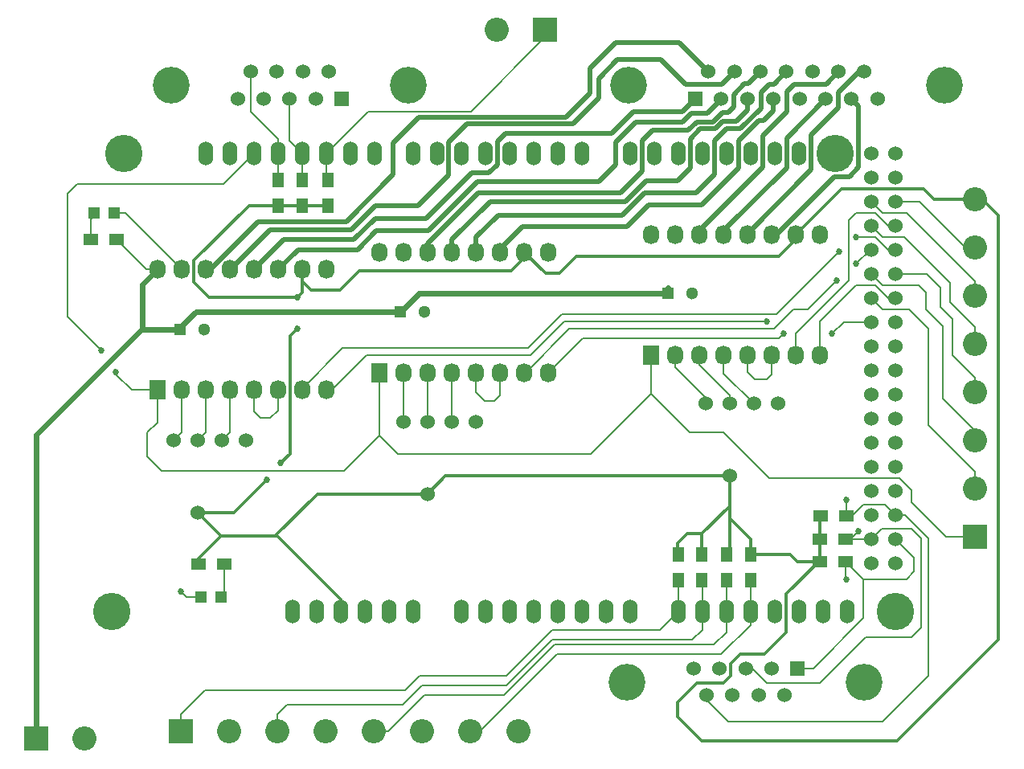
<source format=gtl>
G04 #@! TF.FileFunction,Copper,L1,Top,Signal*
%FSLAX46Y46*%
G04 Gerber Fmt 4.6, Leading zero omitted, Abs format (unit mm)*
G04 Created by KiCad (PCBNEW 4.0.5) date Wednesday, August 30, 2017 'PMt' 12:57:39 PM*
%MOMM*%
%LPD*%
G01*
G04 APERTURE LIST*
%ADD10C,0.100000*%
%ADD11C,1.300000*%
%ADD12R,1.300000X1.300000*%
%ADD13R,1.198880X1.198880*%
%ADD14R,1.500000X1.300000*%
%ADD15R,1.300000X1.500000*%
%ADD16O,1.524000X2.540000*%
%ADD17C,3.937000*%
%ADD18C,1.524000*%
%ADD19O,1.727200X2.032000*%
%ADD20R,1.727200X2.032000*%
%ADD21O,2.540000X2.540000*%
%ADD22R,2.540000X2.540000*%
%ADD23C,3.862000*%
%ADD24R,1.524000X1.524000*%
%ADD25C,0.685800*%
%ADD26C,0.609600*%
%ADD27C,0.203200*%
%ADD28C,0.304800*%
%ADD29C,0.508000*%
G04 APERTURE END LIST*
D10*
D11*
X120850000Y-99800000D03*
D12*
X118350000Y-99800000D03*
D11*
X149050000Y-97900000D03*
D12*
X146550000Y-97900000D03*
D11*
X97650000Y-101700000D03*
D12*
X95150000Y-101700000D03*
D13*
X99427115Y-129875000D03*
X97329075Y-129875000D03*
X86072980Y-89408000D03*
X88171020Y-89408000D03*
D14*
X162650000Y-121350000D03*
X165350000Y-121350000D03*
X162500000Y-123800000D03*
X165200000Y-123800000D03*
X162550000Y-126100000D03*
X165250000Y-126100000D03*
D15*
X110750000Y-88650000D03*
X110750000Y-85950000D03*
X108000000Y-88600000D03*
X108000000Y-85900000D03*
X105500000Y-88600000D03*
X105500000Y-85900000D03*
X155250000Y-125400000D03*
X155250000Y-128100000D03*
X152700000Y-125400000D03*
X152700000Y-128100000D03*
X150100000Y-125400000D03*
X150100000Y-128100000D03*
X147600000Y-125400000D03*
X147600000Y-128100000D03*
D14*
X97100000Y-126350000D03*
X99800000Y-126350000D03*
X88472000Y-92202000D03*
X85772000Y-92202000D03*
D16*
X142530000Y-83119200D03*
X145070000Y-83119200D03*
X147610000Y-83119200D03*
X150150000Y-83119200D03*
X152690000Y-83119200D03*
X155230000Y-83119200D03*
X157770000Y-83119200D03*
X160310000Y-83119200D03*
X165390000Y-131379200D03*
X162850000Y-131379200D03*
X160310000Y-131379200D03*
X157770000Y-131379200D03*
X147610000Y-131379200D03*
X142530000Y-131379200D03*
X139990000Y-131379200D03*
X150150000Y-131379200D03*
X152690000Y-131379200D03*
X155230000Y-131379200D03*
X137450000Y-131379200D03*
X134910000Y-131379200D03*
X132370000Y-131379200D03*
X124750000Y-131379200D03*
X127290000Y-131379200D03*
X129830000Y-131379200D03*
X119670000Y-131379200D03*
X117130000Y-131379200D03*
X114590000Y-131379200D03*
X109510000Y-131379200D03*
X106970000Y-131379200D03*
X137450000Y-83119200D03*
X134910000Y-83119200D03*
X132370000Y-83119200D03*
X129830000Y-83119200D03*
X127290000Y-83119200D03*
X124750000Y-83119200D03*
X122210000Y-83119200D03*
X119670000Y-83119200D03*
X115606000Y-83119200D03*
X113066000Y-83119200D03*
X110526000Y-83119200D03*
X107986000Y-83119200D03*
X105446000Y-83119200D03*
X102906000Y-83119200D03*
X100366000Y-83119200D03*
X97826000Y-83119200D03*
X112050000Y-131379200D03*
D17*
X170470000Y-131379200D03*
X164120000Y-83119200D03*
X89190000Y-83119200D03*
X87920000Y-131379200D03*
D18*
X167930000Y-85659200D03*
X170470000Y-85659200D03*
X167930000Y-88199200D03*
X170470000Y-88199200D03*
X167930000Y-90739200D03*
X170470000Y-90739200D03*
X167930000Y-93279200D03*
X170470000Y-93279200D03*
X167930000Y-83119200D03*
X170470000Y-83119200D03*
X170470000Y-95819200D03*
X167930000Y-95819200D03*
X167930000Y-98359200D03*
X170470000Y-98359200D03*
X167930000Y-100899200D03*
X170470000Y-100899200D03*
X167930000Y-103439200D03*
X170470000Y-103439200D03*
X167930000Y-105979200D03*
X170470000Y-105979200D03*
X167930000Y-108519200D03*
X170470000Y-108519200D03*
X167930000Y-111059200D03*
X170470000Y-111059200D03*
X167930000Y-113599200D03*
X170470000Y-113599200D03*
X167930000Y-116139200D03*
X170470000Y-116139200D03*
X167930000Y-118679200D03*
X170470000Y-118679200D03*
X167930000Y-121219200D03*
X170470000Y-121219200D03*
X167930000Y-123759200D03*
X170470000Y-123759200D03*
X167930000Y-126299200D03*
X170470000Y-126299200D03*
D19*
X162540000Y-91700000D03*
X160000000Y-91700000D03*
X157460000Y-91700000D03*
X154920000Y-91700000D03*
X152380000Y-91700000D03*
X149840000Y-91700000D03*
X147300000Y-91700000D03*
X144760000Y-91700000D03*
D20*
X144760000Y-104400000D03*
D19*
X147300000Y-104400000D03*
X149840000Y-104400000D03*
X152380000Y-104400000D03*
X154920000Y-104400000D03*
X157460000Y-104400000D03*
X160000000Y-104400000D03*
X162540000Y-104400000D03*
X133940000Y-93500000D03*
X131400000Y-93500000D03*
X128860000Y-93500000D03*
X126320000Y-93500000D03*
X123780000Y-93500000D03*
X121240000Y-93500000D03*
X118700000Y-93500000D03*
X116160000Y-93500000D03*
D20*
X116160000Y-106200000D03*
D19*
X118700000Y-106200000D03*
X121240000Y-106200000D03*
X123780000Y-106200000D03*
X126320000Y-106200000D03*
X128860000Y-106200000D03*
X131400000Y-106200000D03*
X133940000Y-106200000D03*
X110540000Y-95350000D03*
X108000000Y-95350000D03*
X105460000Y-95350000D03*
X102920000Y-95350000D03*
X100380000Y-95350000D03*
X97840000Y-95350000D03*
X95300000Y-95350000D03*
X92760000Y-95350000D03*
D20*
X92760000Y-108050000D03*
D19*
X95300000Y-108050000D03*
X97840000Y-108050000D03*
X100380000Y-108050000D03*
X102920000Y-108050000D03*
X105460000Y-108050000D03*
X108000000Y-108050000D03*
X110540000Y-108050000D03*
D21*
X178900000Y-87970000D03*
X178900000Y-93050000D03*
X178900000Y-98130000D03*
X178900000Y-103210000D03*
X178900000Y-108290000D03*
X178900000Y-113370000D03*
D22*
X178900000Y-123530000D03*
D21*
X178900000Y-118450000D03*
X130810000Y-144018000D03*
X125730000Y-144018000D03*
X120650000Y-144018000D03*
X115570000Y-144018000D03*
X110490000Y-144018000D03*
X105410000Y-144018000D03*
D22*
X95250000Y-144018000D03*
D21*
X100330000Y-144018000D03*
D18*
X155570000Y-109490000D03*
X153030000Y-109490000D03*
X150490000Y-109490000D03*
X158110000Y-109490000D03*
X153030000Y-117110000D03*
X123720000Y-111390000D03*
X121180000Y-111390000D03*
X118640000Y-111390000D03*
X126260000Y-111390000D03*
X121180000Y-119010000D03*
X99520000Y-113340000D03*
X96980000Y-113340000D03*
X94440000Y-113340000D03*
X102060000Y-113340000D03*
X96980000Y-120960000D03*
D22*
X80010000Y-144780000D03*
D21*
X85090000Y-144780000D03*
D22*
X133604000Y-70104000D03*
D21*
X128524000Y-70104000D03*
D23*
X175664000Y-75946000D03*
X142344000Y-75946000D03*
D24*
X149414000Y-77366000D03*
D18*
X152154000Y-77366000D03*
X154894000Y-77366000D03*
X157634000Y-77366000D03*
X160374000Y-77366000D03*
X163114000Y-77366000D03*
X165854000Y-77366000D03*
X168594000Y-77366000D03*
X150784000Y-74526000D03*
X153524000Y-74526000D03*
X156264000Y-74526000D03*
X159004000Y-74526000D03*
X161744000Y-74526000D03*
X164484000Y-74526000D03*
X167224000Y-74526000D03*
D23*
X142205000Y-138800000D03*
X167195000Y-138800000D03*
D24*
X160180000Y-137380000D03*
D18*
X157440000Y-137380000D03*
X154700000Y-137380000D03*
X151960000Y-137380000D03*
X149220000Y-137380000D03*
X158810000Y-140220000D03*
X156070000Y-140220000D03*
X153330000Y-140220000D03*
X150590000Y-140220000D03*
D23*
X119175000Y-75946000D03*
X94185000Y-75946000D03*
D24*
X112160000Y-77366000D03*
D18*
X109420000Y-77366000D03*
X106680000Y-77366000D03*
X103940000Y-77366000D03*
X101200000Y-77366000D03*
X102570000Y-74526000D03*
X105310000Y-74526000D03*
X108050000Y-74526000D03*
X110790000Y-74526000D03*
D25*
X95250000Y-129286000D03*
X104317800Y-117475000D03*
X105740200Y-115747800D03*
X107467400Y-101625400D03*
X107467400Y-98272600D03*
X86868000Y-103886000D03*
X88392000Y-106172000D03*
X164338000Y-96520000D03*
X166370000Y-94742000D03*
X164592000Y-93472000D03*
X166370000Y-91948000D03*
X158750000Y-102108000D03*
X163830000Y-102108000D03*
X156972000Y-100838000D03*
X165354000Y-128016000D03*
X166624000Y-122936000D03*
X165354000Y-119634000D03*
D26*
X146550000Y-97900000D02*
X146550000Y-97274000D01*
X118350000Y-99800000D02*
X118342000Y-99800000D01*
D27*
X92760000Y-95350000D02*
X91620000Y-95350000D01*
X91620000Y-95350000D02*
X88472000Y-92202000D01*
D26*
X91186000Y-101700000D02*
X91186000Y-96924000D01*
X91186000Y-96924000D02*
X92760000Y-95350000D01*
X118350000Y-99800000D02*
X118386000Y-99800000D01*
X118386000Y-99800000D02*
X120286000Y-97900000D01*
X120286000Y-97900000D02*
X146550000Y-97900000D01*
X95150000Y-101700000D02*
X95150000Y-101446000D01*
X95150000Y-101446000D02*
X96796000Y-99800000D01*
X96796000Y-99800000D02*
X118350000Y-99800000D01*
X80010000Y-144780000D02*
X80010000Y-112776000D01*
X91086000Y-101700000D02*
X91186000Y-101700000D01*
X91186000Y-101700000D02*
X95150000Y-101700000D01*
X80010000Y-112776000D02*
X91086000Y-101700000D01*
D27*
X97329075Y-129875000D02*
X95839000Y-129875000D01*
X95839000Y-129875000D02*
X95250000Y-129286000D01*
X88171020Y-89408000D02*
X89358000Y-89408000D01*
X89358000Y-89408000D02*
X95300000Y-95350000D01*
D28*
X107467400Y-98272600D02*
X98145600Y-98272600D01*
X102382600Y-88600000D02*
X105500000Y-88600000D01*
X96570800Y-94411800D02*
X102382600Y-88600000D01*
X96570800Y-96697800D02*
X96570800Y-94411800D01*
X98145600Y-98272600D02*
X96570800Y-96697800D01*
X108000000Y-95350000D02*
X108000000Y-97740000D01*
X100832800Y-120960000D02*
X96980000Y-120960000D01*
X104317800Y-117475000D02*
X100832800Y-120960000D01*
X106730800Y-114757200D02*
X105740200Y-115747800D01*
X106730800Y-102362000D02*
X106730800Y-114757200D01*
X107467400Y-101625400D02*
X106730800Y-102362000D01*
X108000000Y-97740000D02*
X107467400Y-98272600D01*
X162500000Y-123800000D02*
X162500000Y-121500000D01*
X162500000Y-121500000D02*
X162650000Y-121350000D01*
X162550000Y-126100000D02*
X162550000Y-123850000D01*
X162550000Y-123850000D02*
X162500000Y-123800000D01*
X108000000Y-88600000D02*
X105500000Y-88600000D01*
X108000000Y-88600000D02*
X110700000Y-88600000D01*
X110700000Y-88600000D02*
X110750000Y-88650000D01*
X131400000Y-93500000D02*
X131400000Y-94152000D01*
X131400000Y-94152000D02*
X130048000Y-95504000D01*
X108000000Y-96570000D02*
X108000000Y-95350000D01*
X108966000Y-97536000D02*
X108000000Y-96570000D01*
X112014000Y-97536000D02*
X108966000Y-97536000D01*
X114046000Y-95504000D02*
X112014000Y-97536000D01*
X130048000Y-95504000D02*
X114046000Y-95504000D01*
X160000000Y-91700000D02*
X160000000Y-92222000D01*
X160000000Y-92222000D02*
X158242000Y-93980000D01*
X133658000Y-95758000D02*
X131400000Y-93500000D01*
X135128000Y-95758000D02*
X133658000Y-95758000D01*
X136906000Y-93980000D02*
X135128000Y-95758000D01*
X158242000Y-93980000D02*
X136906000Y-93980000D01*
X178900000Y-87970000D02*
X174584000Y-87970000D01*
X164832000Y-86868000D02*
X160000000Y-91700000D01*
X173482000Y-86868000D02*
X164832000Y-86868000D01*
X174584000Y-87970000D02*
X173482000Y-86868000D01*
X162550000Y-126100000D02*
X162444000Y-126100000D01*
X162444000Y-126100000D02*
X159004000Y-129540000D01*
X181356000Y-89662000D02*
X179664000Y-87970000D01*
X181356000Y-134366000D02*
X181356000Y-89662000D01*
X170688000Y-145034000D02*
X181356000Y-134366000D01*
X150114000Y-145034000D02*
X170688000Y-145034000D01*
X147574000Y-142494000D02*
X150114000Y-145034000D01*
X147574000Y-140970000D02*
X147574000Y-142494000D01*
X149606000Y-138938000D02*
X147574000Y-140970000D01*
X152400000Y-138938000D02*
X149606000Y-138938000D01*
X153162000Y-138176000D02*
X152400000Y-138938000D01*
X153162000Y-136906000D02*
X153162000Y-138176000D01*
X154178000Y-135890000D02*
X153162000Y-136906000D01*
X156718000Y-135890000D02*
X154178000Y-135890000D01*
X159004000Y-133604000D02*
X156718000Y-135890000D01*
X159004000Y-129540000D02*
X159004000Y-133604000D01*
X179664000Y-87970000D02*
X178900000Y-87970000D01*
D27*
X162500000Y-121500000D02*
X162650000Y-121350000D01*
D28*
X155250000Y-125400000D02*
X159258000Y-125400000D01*
X159258000Y-125400000D02*
X159436000Y-125400000D01*
X159436000Y-125400000D02*
X160136000Y-126100000D01*
X160136000Y-126100000D02*
X162550000Y-126100000D01*
X155250000Y-125400000D02*
X155250000Y-123754000D01*
X155250000Y-123754000D02*
X153030000Y-121534000D01*
X150100000Y-123204000D02*
X148576000Y-123204000D01*
X147574000Y-124206000D02*
X147574000Y-125374000D01*
X148576000Y-123204000D02*
X147574000Y-124206000D01*
X147574000Y-125374000D02*
X147600000Y-125400000D01*
X153030000Y-118872000D02*
X153030000Y-120274000D01*
X150100000Y-123204000D02*
X150100000Y-125400000D01*
X153030000Y-120274000D02*
X150100000Y-123204000D01*
X153030000Y-117110000D02*
X153030000Y-118872000D01*
X153030000Y-118872000D02*
X153030000Y-121534000D01*
X153030000Y-121534000D02*
X153030000Y-125070000D01*
X153030000Y-125070000D02*
X152700000Y-125400000D01*
X153030000Y-117110000D02*
X123080000Y-117110000D01*
X123080000Y-117110000D02*
X121180000Y-119010000D01*
X121180000Y-119010000D02*
X109590000Y-119010000D01*
X109590000Y-119010000D02*
X105156000Y-123444000D01*
X97100000Y-126350000D02*
X97100000Y-125808000D01*
X97100000Y-125808000D02*
X99464000Y-123444000D01*
X112050000Y-131379200D02*
X112050000Y-130084000D01*
X99464000Y-123444000D02*
X96980000Y-120960000D01*
X105410000Y-123444000D02*
X105156000Y-123444000D01*
X105156000Y-123444000D02*
X99464000Y-123444000D01*
X112050000Y-130084000D02*
X105410000Y-123444000D01*
D27*
X92760000Y-108050000D02*
X92760000Y-111456000D01*
X112432000Y-116586000D02*
X116160000Y-112858000D01*
X93218000Y-116586000D02*
X112432000Y-116586000D01*
X91694000Y-115062000D02*
X93218000Y-116586000D01*
X91694000Y-112522000D02*
X91694000Y-115062000D01*
X92760000Y-111456000D02*
X91694000Y-112522000D01*
X92760000Y-108050000D02*
X90016000Y-108050000D01*
X99665200Y-86360000D02*
X102906000Y-83119200D01*
X84328000Y-86360000D02*
X99665200Y-86360000D01*
X83312000Y-87376000D02*
X84328000Y-86360000D01*
X83312000Y-100330000D02*
X83312000Y-87376000D01*
X86868000Y-103886000D02*
X83312000Y-100330000D01*
X88392000Y-106426000D02*
X88392000Y-106172000D01*
X90016000Y-108050000D02*
X88392000Y-106426000D01*
X116160000Y-106200000D02*
X116160000Y-112858000D01*
X138390000Y-114808000D02*
X144760000Y-108438000D01*
X116160000Y-112858000D02*
X118110000Y-114808000D01*
X118110000Y-114808000D02*
X138390000Y-114808000D01*
X178900000Y-123530000D02*
X175854000Y-123530000D01*
X144760000Y-108438000D02*
X144760000Y-104400000D01*
X148844000Y-112522000D02*
X144760000Y-108438000D01*
X152400000Y-112522000D02*
X148844000Y-112522000D01*
X157226000Y-117348000D02*
X152400000Y-112522000D01*
X170942000Y-117348000D02*
X157226000Y-117348000D01*
X172212000Y-118618000D02*
X170942000Y-117348000D01*
X172212000Y-119888000D02*
X172212000Y-118618000D01*
X175854000Y-123530000D02*
X172212000Y-119888000D01*
D29*
X154920000Y-91700000D02*
X154920000Y-91561600D01*
X154920000Y-91561600D02*
X161620200Y-84861400D01*
X161620200Y-84861400D02*
X161620200Y-81178400D01*
X161620200Y-81178400D02*
X164490400Y-78308200D01*
X164490400Y-78308200D02*
X164490400Y-76682600D01*
X164490400Y-76682600D02*
X166647000Y-74526000D01*
X166647000Y-74526000D02*
X167224000Y-74526000D01*
X157460000Y-91700000D02*
X157931200Y-91700000D01*
X157931200Y-91700000D02*
X164084000Y-85547200D01*
X164084000Y-85547200D02*
X165633400Y-85547200D01*
X165633400Y-85547200D02*
X166624000Y-84556600D01*
X166624000Y-84556600D02*
X166624000Y-78136000D01*
X166624000Y-78136000D02*
X165854000Y-77366000D01*
X100380000Y-95350000D02*
X100458600Y-95350000D01*
X100458600Y-95350000D02*
X104622600Y-91186000D01*
X104622600Y-91186000D02*
X113157000Y-91186000D01*
X113157000Y-91186000D02*
X115671600Y-88671400D01*
X115671600Y-88671400D02*
X120218200Y-88671400D01*
X120218200Y-88671400D02*
X123444000Y-85445600D01*
X123444000Y-85445600D02*
X123444000Y-81940400D01*
X123444000Y-81940400D02*
X125374400Y-80010000D01*
X125374400Y-80010000D02*
X136525000Y-80010000D01*
X136525000Y-80010000D02*
X139217400Y-77317600D01*
X139217400Y-77317600D02*
X139217400Y-75234800D01*
X139217400Y-75234800D02*
X141198600Y-73253600D01*
X141198600Y-73253600D02*
X145796000Y-73253600D01*
X145796000Y-73253600D02*
X148412200Y-75869800D01*
X148412200Y-75869800D02*
X152180200Y-75869800D01*
X152180200Y-75869800D02*
X153524000Y-74526000D01*
X97840000Y-95350000D02*
X98325000Y-95350000D01*
X98325000Y-95350000D02*
X103378000Y-90297000D01*
X103378000Y-90297000D02*
X112623600Y-90297000D01*
X112623600Y-90297000D02*
X117602000Y-85318600D01*
X117602000Y-85318600D02*
X117602000Y-82016600D01*
X117602000Y-82016600D02*
X120319802Y-79298798D01*
X120319802Y-79298798D02*
X135813802Y-79298798D01*
X135813802Y-79298798D02*
X138303000Y-76809600D01*
X138303000Y-76809600D02*
X138303000Y-74193400D01*
X138303000Y-74193400D02*
X141020800Y-71475600D01*
X141020800Y-71475600D02*
X147733600Y-71475600D01*
X147733600Y-71475600D02*
X150784000Y-74526000D01*
X102920000Y-95350000D02*
X102920000Y-95327000D01*
X102920000Y-95327000D02*
X106019600Y-92227400D01*
X106019600Y-92227400D02*
X113461800Y-92227400D01*
X113461800Y-92227400D02*
X115671600Y-90017600D01*
X115671600Y-90017600D02*
X121031000Y-90017600D01*
X121031000Y-90017600D02*
X125907800Y-85140800D01*
X125907800Y-85140800D02*
X127685800Y-85140800D01*
X127685800Y-85140800D02*
X128549400Y-84277200D01*
X128549400Y-84277200D02*
X128549400Y-81864200D01*
X128549400Y-81864200D02*
X129438400Y-80975200D01*
X129438400Y-80975200D02*
X140589000Y-80975200D01*
X140589000Y-80975200D02*
X142875000Y-78689200D01*
X142875000Y-78689200D02*
X148090800Y-78689200D01*
X148090800Y-78689200D02*
X149414000Y-77366000D01*
X146532600Y-79806800D02*
X148056600Y-79806800D01*
X150698200Y-78892400D02*
X152154000Y-77436600D01*
X148971000Y-78892400D02*
X150698200Y-78892400D01*
X148056600Y-79806800D02*
X148971000Y-78892400D01*
X152154000Y-77436600D02*
X152154000Y-77366000D01*
X105460000Y-95350000D02*
X105487800Y-95350000D01*
X105487800Y-95350000D02*
X107569000Y-93268800D01*
X107569000Y-93268800D02*
X113817400Y-93268800D01*
X113817400Y-93268800D02*
X115824000Y-91262200D01*
X115824000Y-91262200D02*
X121285000Y-91262200D01*
X121285000Y-91262200D02*
X126441200Y-86106000D01*
X126441200Y-86106000D02*
X139217400Y-86106000D01*
X139217400Y-86106000D02*
X141020800Y-84302600D01*
X141020800Y-84302600D02*
X141020800Y-81940400D01*
X141020800Y-81940400D02*
X143154400Y-79806800D01*
X143154400Y-79806800D02*
X146532600Y-79806800D01*
X146532600Y-79806800D02*
X146558000Y-79806800D01*
X152380000Y-91700000D02*
X152380000Y-91282200D01*
X152380000Y-91282200D02*
X159029400Y-84632800D01*
X159029400Y-84632800D02*
X159029400Y-81483200D01*
X159029400Y-81483200D02*
X163114000Y-77398600D01*
X163114000Y-77398600D02*
X163114000Y-77366000D01*
X149840000Y-91700000D02*
X149840000Y-91256800D01*
X149840000Y-91256800D02*
X156489400Y-84607400D01*
X156489400Y-84607400D02*
X156489400Y-81229200D01*
X156489400Y-81229200D02*
X159029400Y-78689200D01*
X159029400Y-78689200D02*
X159029400Y-76631800D01*
X159029400Y-76631800D02*
X159842200Y-75819000D01*
X159842200Y-75819000D02*
X163191000Y-75819000D01*
X163191000Y-75819000D02*
X164484000Y-74526000D01*
X126320000Y-93500000D02*
X126320000Y-91942200D01*
X157685600Y-75844400D02*
X159004000Y-74526000D01*
X157200600Y-75844400D02*
X157685600Y-75844400D01*
X156311600Y-76733400D02*
X157200600Y-75844400D01*
X156311600Y-78359000D02*
X156311600Y-76733400D01*
X154178000Y-80492600D02*
X156311600Y-78359000D01*
X152730200Y-80492600D02*
X154178000Y-80492600D01*
X151409400Y-81813400D02*
X152730200Y-80492600D01*
X151409400Y-85344000D02*
X151409400Y-81813400D01*
X149479000Y-87274400D02*
X151409400Y-85344000D01*
X144094200Y-87274400D02*
X149479000Y-87274400D01*
X141732000Y-89636600D02*
X144094200Y-87274400D01*
X128625600Y-89636600D02*
X141732000Y-89636600D01*
X126320000Y-91942200D02*
X128625600Y-89636600D01*
X128860000Y-93500000D02*
X128860000Y-93186800D01*
X128860000Y-93186800D02*
X131216400Y-90830400D01*
X131216400Y-90830400D02*
X142189200Y-90830400D01*
X142189200Y-90830400D02*
X144475200Y-88544400D01*
X144475200Y-88544400D02*
X150088600Y-88544400D01*
X150088600Y-88544400D02*
X153949400Y-84683600D01*
X153949400Y-84683600D02*
X153949400Y-81788000D01*
X153949400Y-81788000D02*
X156057600Y-79679800D01*
X156057600Y-79679800D02*
X156616400Y-79679800D01*
X156616400Y-79679800D02*
X157634000Y-78662200D01*
X157634000Y-78662200D02*
X157634000Y-77366000D01*
X151536400Y-80543400D02*
X152323800Y-79756000D01*
X123780000Y-92221600D02*
X127787400Y-88214200D01*
X127787400Y-88214200D02*
X142036800Y-88214200D01*
X142036800Y-88214200D02*
X144272000Y-85979000D01*
X144272000Y-85979000D02*
X147548600Y-85979000D01*
X147548600Y-85979000D02*
X148894800Y-84632800D01*
X148894800Y-84632800D02*
X148894800Y-81584800D01*
X148894800Y-81584800D02*
X149936200Y-80543400D01*
X149936200Y-80543400D02*
X151536400Y-80543400D01*
X123780000Y-93500000D02*
X123780000Y-92221600D01*
X154894000Y-78557400D02*
X154894000Y-77366000D01*
X153695400Y-79756000D02*
X154894000Y-78557400D01*
X152323800Y-79756000D02*
X153695400Y-79756000D01*
X148539200Y-80695800D02*
X148666200Y-80695800D01*
X144881600Y-80695800D02*
X148539200Y-80695800D01*
X143840200Y-81737200D02*
X144881600Y-80695800D01*
X143840200Y-84988400D02*
X143840200Y-81737200D01*
X141554200Y-87274400D02*
X143840200Y-84988400D01*
X126568200Y-87274400D02*
X141554200Y-87274400D01*
X121240000Y-92602600D02*
X126568200Y-87274400D01*
X152895300Y-78841600D02*
X153441400Y-78257400D01*
X153441400Y-78257400D02*
X153441400Y-76911200D01*
X153441400Y-76911200D02*
X154559000Y-75793600D01*
X154559000Y-75793600D02*
X154996400Y-75793600D01*
X154996400Y-75793600D02*
X156264000Y-74526000D01*
X152895300Y-78839943D02*
X152895300Y-78841600D01*
X152919043Y-78816200D02*
X152895300Y-78839943D01*
X152247600Y-78816200D02*
X152919043Y-78816200D01*
X151257000Y-79806800D02*
X152247600Y-78816200D01*
X149555200Y-79806800D02*
X151257000Y-79806800D01*
X148666200Y-80695800D02*
X149555200Y-79806800D01*
X121240000Y-93500000D02*
X121240000Y-92602600D01*
D27*
X160000000Y-104400000D02*
X160000000Y-102128000D01*
X168402000Y-89408000D02*
X169733200Y-90739200D01*
X166370000Y-89408000D02*
X168402000Y-89408000D01*
X165608000Y-90170000D02*
X166370000Y-89408000D01*
X165608000Y-96520000D02*
X165608000Y-90170000D01*
X160000000Y-102128000D02*
X165608000Y-96520000D01*
X169733200Y-90739200D02*
X170470000Y-90739200D01*
X131400000Y-106200000D02*
X131544000Y-106200000D01*
X131544000Y-106200000D02*
X136144000Y-101600000D01*
X136144000Y-101600000D02*
X157734000Y-101600000D01*
X157734000Y-101600000D02*
X159766000Y-99568000D01*
X159766000Y-99568000D02*
X161290000Y-99568000D01*
X161290000Y-99568000D02*
X164338000Y-96520000D01*
X166370000Y-94742000D02*
X167832800Y-93279200D01*
X167832800Y-93279200D02*
X167930000Y-93279200D01*
X108000000Y-108050000D02*
X108000000Y-107900000D01*
X108000000Y-107900000D02*
X112268000Y-103632000D01*
X112268000Y-103632000D02*
X131826000Y-103632000D01*
X131826000Y-103632000D02*
X135382000Y-100076000D01*
X135382000Y-100076000D02*
X157988000Y-100076000D01*
X157988000Y-100076000D02*
X164592000Y-93472000D01*
X166370000Y-91948000D02*
X168148000Y-91948000D01*
X168148000Y-91948000D02*
X168402000Y-91948000D01*
X168402000Y-91948000D02*
X169733200Y-93279200D01*
X169733200Y-93279200D02*
X170470000Y-93279200D01*
X162540000Y-104400000D02*
X162540000Y-100858000D01*
X168402000Y-97028000D02*
X169733200Y-98359200D01*
X166370000Y-97028000D02*
X168402000Y-97028000D01*
X162540000Y-100858000D02*
X166370000Y-97028000D01*
X169733200Y-98359200D02*
X170470000Y-98359200D01*
X167930000Y-100899200D02*
X165038800Y-100899200D01*
X137524000Y-102616000D02*
X133940000Y-106200000D01*
X158242000Y-102616000D02*
X137524000Y-102616000D01*
X158750000Y-102108000D02*
X158242000Y-102616000D01*
X165038800Y-100899200D02*
X163830000Y-102108000D01*
X110540000Y-108050000D02*
X111152000Y-108050000D01*
X111152000Y-108050000D02*
X114808000Y-104394000D01*
X114808000Y-104394000D02*
X132080000Y-104394000D01*
X132080000Y-104394000D02*
X135636000Y-100838000D01*
X135636000Y-100838000D02*
X156972000Y-100838000D01*
X165250000Y-127912000D02*
X165354000Y-128016000D01*
X165250000Y-127912000D02*
X165250000Y-126100000D01*
X167132000Y-127982000D02*
X171670000Y-127982000D01*
X172466000Y-125755200D02*
X170470000Y-123759200D01*
X172466000Y-127186000D02*
X172466000Y-125755200D01*
X171670000Y-127982000D02*
X172466000Y-127186000D01*
X170470000Y-123759200D02*
X170372800Y-123759200D01*
X160180000Y-137380000D02*
X161832000Y-137380000D01*
X167132000Y-127982000D02*
X165250000Y-126100000D01*
X167132000Y-132080000D02*
X167132000Y-127982000D01*
X161832000Y-137380000D02*
X167132000Y-132080000D01*
X133604000Y-70104000D02*
X133604000Y-70866000D01*
X133604000Y-70866000D02*
X125755400Y-78714600D01*
X125755400Y-78714600D02*
X114930600Y-78714600D01*
X114930600Y-78714600D02*
X110526000Y-83119200D01*
X110526000Y-83119200D02*
X110526000Y-85726000D01*
X110526000Y-85726000D02*
X110750000Y-85950000D01*
X166624000Y-122936000D02*
X165760000Y-123800000D01*
X165760000Y-123800000D02*
X165200000Y-123800000D01*
X154700000Y-137380000D02*
X155414000Y-137380000D01*
X155414000Y-137380000D02*
X156972000Y-138938000D01*
X169007200Y-122682000D02*
X167930000Y-123759200D01*
X172212000Y-122682000D02*
X169007200Y-122682000D01*
X173228000Y-123698000D02*
X172212000Y-122682000D01*
X173228000Y-133096000D02*
X173228000Y-123698000D01*
X172212000Y-134112000D02*
X173228000Y-133096000D01*
X167386000Y-134112000D02*
X172212000Y-134112000D01*
X162560000Y-138938000D02*
X167386000Y-134112000D01*
X156972000Y-138938000D02*
X162560000Y-138938000D01*
X165200000Y-123800000D02*
X167889200Y-123800000D01*
X167889200Y-123800000D02*
X167930000Y-123759200D01*
X154700000Y-137380000D02*
X154720000Y-137380000D01*
X106680000Y-77366000D02*
X106680000Y-81813200D01*
X106680000Y-81813200D02*
X107986000Y-83119200D01*
X107986000Y-83119200D02*
X107986000Y-85886000D01*
X107986000Y-85886000D02*
X108000000Y-85900000D01*
X165350000Y-121350000D02*
X165350000Y-119638000D01*
X165350000Y-119638000D02*
X165354000Y-119634000D01*
X150590000Y-140220000D02*
X150590000Y-140684000D01*
X150590000Y-140684000D02*
X152908000Y-143002000D01*
X171511200Y-121219200D02*
X170470000Y-121219200D01*
X173990000Y-123698000D02*
X171511200Y-121219200D01*
X173990000Y-138176000D02*
X173990000Y-123698000D01*
X169164000Y-143002000D02*
X173990000Y-138176000D01*
X152908000Y-143002000D02*
X169164000Y-143002000D01*
X165350000Y-121350000D02*
X165924000Y-121350000D01*
X165924000Y-121350000D02*
X167132000Y-120142000D01*
X167132000Y-120142000D02*
X169392800Y-120142000D01*
X169392800Y-120142000D02*
X170470000Y-121219200D01*
X150590000Y-140220000D02*
X151118000Y-140220000D01*
X105446000Y-83119200D02*
X105446000Y-85846000D01*
X105446000Y-85846000D02*
X105500000Y-85900000D01*
X102570000Y-74526000D02*
X102570000Y-78694000D01*
X105446000Y-81570000D02*
X105446000Y-83119200D01*
X102570000Y-78694000D02*
X105446000Y-81570000D01*
X152690000Y-131379200D02*
X152690000Y-128110000D01*
X152690000Y-128110000D02*
X152700000Y-128100000D01*
X115570000Y-144018000D02*
X117094000Y-144018000D01*
X152690000Y-133568000D02*
X152690000Y-131379200D01*
X151384000Y-134874000D02*
X152690000Y-133568000D01*
X134620000Y-134874000D02*
X151384000Y-134874000D01*
X129286000Y-140208000D02*
X134620000Y-134874000D01*
X120904000Y-140208000D02*
X129286000Y-140208000D01*
X117094000Y-144018000D02*
X120904000Y-140208000D01*
X150150000Y-131379200D02*
X150150000Y-128150000D01*
X150150000Y-128150000D02*
X150100000Y-128100000D01*
X105410000Y-144018000D02*
X105410000Y-142240000D01*
X150150000Y-133314000D02*
X150150000Y-131379200D01*
X149098000Y-134366000D02*
X150150000Y-133314000D01*
X134366000Y-134366000D02*
X149098000Y-134366000D01*
X129540000Y-139192000D02*
X134366000Y-134366000D01*
X120650000Y-139192000D02*
X129540000Y-139192000D01*
X118618000Y-141224000D02*
X120650000Y-139192000D01*
X106426000Y-141224000D02*
X118618000Y-141224000D01*
X105410000Y-142240000D02*
X106426000Y-141224000D01*
X155230000Y-131379200D02*
X155230000Y-128120000D01*
X155230000Y-128120000D02*
X155250000Y-128100000D01*
X125730000Y-144018000D02*
X126746000Y-144018000D01*
X126746000Y-144018000D02*
X134874000Y-135890000D01*
X134874000Y-135890000D02*
X152146000Y-135890000D01*
X152146000Y-135890000D02*
X155230000Y-132806000D01*
X155230000Y-132806000D02*
X155230000Y-131379200D01*
X147600000Y-128100000D02*
X147600000Y-131369200D01*
X147600000Y-131369200D02*
X147610000Y-131379200D01*
X95250000Y-144018000D02*
X95250000Y-142240000D01*
X145639200Y-133350000D02*
X147610000Y-131379200D01*
X134366000Y-133350000D02*
X145639200Y-133350000D01*
X129540000Y-138176000D02*
X134366000Y-133350000D01*
X120396000Y-138176000D02*
X129540000Y-138176000D01*
X118872000Y-139700000D02*
X120396000Y-138176000D01*
X97790000Y-139700000D02*
X118872000Y-139700000D01*
X95250000Y-142240000D02*
X97790000Y-139700000D01*
X99800000Y-126350000D02*
X99800000Y-129502115D01*
X99800000Y-129502115D02*
X99427115Y-129875000D01*
X85772000Y-92202000D02*
X85772000Y-89708980D01*
X85772000Y-89708980D02*
X86072980Y-89408000D01*
D26*
X85772000Y-89708980D02*
X86072980Y-89408000D01*
D27*
X178900000Y-98130000D02*
X178900000Y-96604000D01*
X169138800Y-89408000D02*
X167930000Y-88199200D01*
X171704000Y-89408000D02*
X169138800Y-89408000D01*
X178900000Y-96604000D02*
X171704000Y-89408000D01*
X178900000Y-113370000D02*
X178900000Y-112352000D01*
X178900000Y-112352000D02*
X175514000Y-108966000D01*
X175514000Y-108966000D02*
X175514000Y-101346000D01*
X175514000Y-101346000D02*
X173736000Y-99568000D01*
X173736000Y-99568000D02*
X173736000Y-97790000D01*
X173736000Y-97790000D02*
X172974000Y-97028000D01*
X172974000Y-97028000D02*
X169138800Y-97028000D01*
X169138800Y-97028000D02*
X167930000Y-95819200D01*
X178900000Y-93050000D02*
X177886000Y-93050000D01*
X177886000Y-93050000D02*
X173035200Y-88199200D01*
X173035200Y-88199200D02*
X170470000Y-88199200D01*
X178900000Y-108290000D02*
X178900000Y-106764000D01*
X173797200Y-95819200D02*
X170470000Y-95819200D01*
X175260000Y-97282000D02*
X173797200Y-95819200D01*
X175260000Y-99314000D02*
X175260000Y-97282000D01*
X176530000Y-100584000D02*
X175260000Y-99314000D01*
X176530000Y-104394000D02*
X176530000Y-100584000D01*
X178900000Y-106764000D02*
X176530000Y-104394000D01*
X178900000Y-103210000D02*
X178900000Y-101430000D01*
X169138800Y-91948000D02*
X167930000Y-90739200D01*
X171450000Y-91948000D02*
X169138800Y-91948000D01*
X176276000Y-96774000D02*
X171450000Y-91948000D01*
X176276000Y-98806000D02*
X176276000Y-96774000D01*
X178900000Y-101430000D02*
X176276000Y-98806000D01*
X178900000Y-118450000D02*
X178900000Y-116670000D01*
X169138800Y-99568000D02*
X167930000Y-98359200D01*
X171958000Y-99568000D02*
X169138800Y-99568000D01*
X173990000Y-101600000D02*
X171958000Y-99568000D01*
X173990000Y-111760000D02*
X173990000Y-101600000D01*
X178900000Y-116670000D02*
X173990000Y-111760000D01*
X154920000Y-104400000D02*
X154920000Y-106152000D01*
X157460000Y-106446000D02*
X157460000Y-104400000D01*
X156972000Y-106934000D02*
X157460000Y-106446000D01*
X155702000Y-106934000D02*
X156972000Y-106934000D01*
X154920000Y-106152000D02*
X155702000Y-106934000D01*
X126320000Y-106200000D02*
X126320000Y-108286000D01*
X128860000Y-108630000D02*
X128860000Y-106200000D01*
X128270000Y-109220000D02*
X128860000Y-108630000D01*
X127254000Y-109220000D02*
X128270000Y-109220000D01*
X126320000Y-108286000D02*
X127254000Y-109220000D01*
X102920000Y-108050000D02*
X102920000Y-110286000D01*
X105460000Y-110186000D02*
X105460000Y-108050000D01*
X104648000Y-110998000D02*
X105460000Y-110186000D01*
X103632000Y-110998000D02*
X104648000Y-110998000D01*
X102920000Y-110286000D02*
X103632000Y-110998000D01*
X152380000Y-104400000D02*
X152380000Y-106300000D01*
X152380000Y-106300000D02*
X155570000Y-109490000D01*
X153030000Y-109490000D02*
X153030000Y-108580000D01*
X153030000Y-108580000D02*
X149840000Y-105390000D01*
X149840000Y-105390000D02*
X149840000Y-104400000D01*
X150490000Y-109490000D02*
X150490000Y-108834000D01*
X150490000Y-108834000D02*
X147300000Y-105644000D01*
X147300000Y-105644000D02*
X147300000Y-104400000D01*
X123780000Y-106200000D02*
X123780000Y-111330000D01*
X123780000Y-111330000D02*
X123720000Y-111390000D01*
X121240000Y-106200000D02*
X121240000Y-111330000D01*
X121240000Y-111330000D02*
X121180000Y-111390000D01*
X118700000Y-106200000D02*
X118700000Y-111330000D01*
X118700000Y-111330000D02*
X118640000Y-111390000D01*
X100380000Y-108050000D02*
X100380000Y-112480000D01*
X100380000Y-112480000D02*
X99520000Y-113340000D01*
X97840000Y-108050000D02*
X97840000Y-112480000D01*
X97840000Y-112480000D02*
X96980000Y-113340000D01*
X95300000Y-108050000D02*
X95300000Y-112480000D01*
X95300000Y-112480000D02*
X94440000Y-113340000D01*
M02*

</source>
